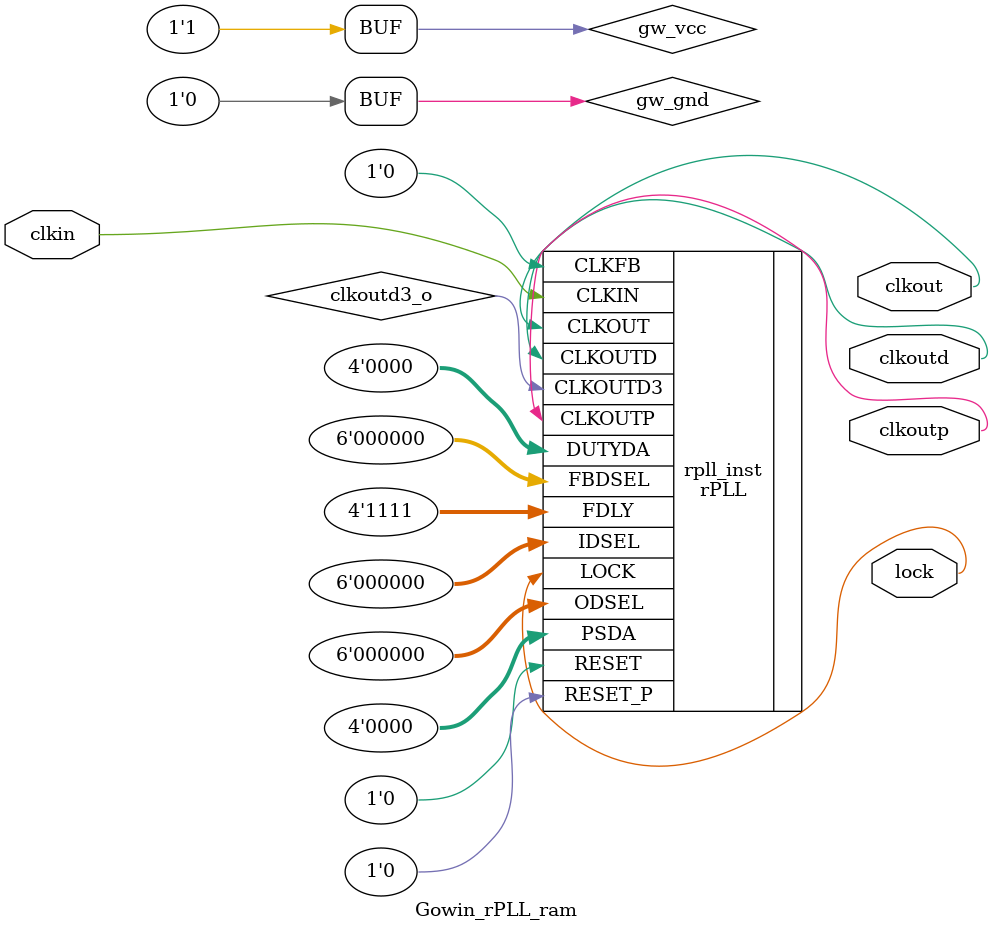
<source format=v>

module Gowin_rPLL_ram (clkout, lock, clkoutp, clkoutd, clkin);

output clkout;
output lock;
output clkoutp;
output clkoutd;
input clkin;

wire clkoutd3_o;
wire gw_vcc;
wire gw_gnd;

assign gw_vcc = 1'b1;
assign gw_gnd = 1'b0;

rPLL rpll_inst (
    .CLKOUT(clkout),
    .LOCK(lock),
    .CLKOUTP(clkoutp),
    .CLKOUTD(clkoutd),
    .CLKOUTD3(clkoutd3_o),
    .RESET(gw_gnd),
    .RESET_P(gw_gnd),
    .CLKIN(clkin),
    .CLKFB(gw_gnd),
    .FBDSEL({gw_gnd,gw_gnd,gw_gnd,gw_gnd,gw_gnd,gw_gnd}),
    .IDSEL({gw_gnd,gw_gnd,gw_gnd,gw_gnd,gw_gnd,gw_gnd}),
    .ODSEL({gw_gnd,gw_gnd,gw_gnd,gw_gnd,gw_gnd,gw_gnd}),
    .PSDA({gw_gnd,gw_gnd,gw_gnd,gw_gnd}),
    .DUTYDA({gw_gnd,gw_gnd,gw_gnd,gw_gnd}),
    .FDLY({gw_vcc,gw_vcc,gw_vcc,gw_vcc})
);

defparam rpll_inst.FCLKIN = "27";
defparam rpll_inst.DYN_IDIV_SEL = "false";
defparam rpll_inst.IDIV_SEL = 8;
defparam rpll_inst.DYN_FBDIV_SEL = "false";
defparam rpll_inst.FBDIV_SEL = 54;
defparam rpll_inst.DYN_ODIV_SEL = "false";
defparam rpll_inst.ODIV_SEL = 4;
defparam rpll_inst.PSDA_SEL = "0100";
defparam rpll_inst.DYN_DA_EN = "false";
defparam rpll_inst.DUTYDA_SEL = "1000";
defparam rpll_inst.CLKOUT_FT_DIR = 1'b1;
defparam rpll_inst.CLKOUTP_FT_DIR = 1'b1;
defparam rpll_inst.CLKOUT_DLY_STEP = 0;
defparam rpll_inst.CLKOUTP_DLY_STEP = 0;
defparam rpll_inst.CLKFB_SEL = "internal";
defparam rpll_inst.CLKOUT_BYPASS = "false";
defparam rpll_inst.CLKOUTP_BYPASS = "false";
defparam rpll_inst.CLKOUTD_BYPASS = "false";
defparam rpll_inst.DYN_SDIV_SEL = 4;
defparam rpll_inst.CLKOUTD_SRC = "CLKOUT";
defparam rpll_inst.CLKOUTD3_SRC = "CLKOUT";
defparam rpll_inst.DEVICE = "GW1NR-9C";

endmodule //Gowin_rPLL_ram

</source>
